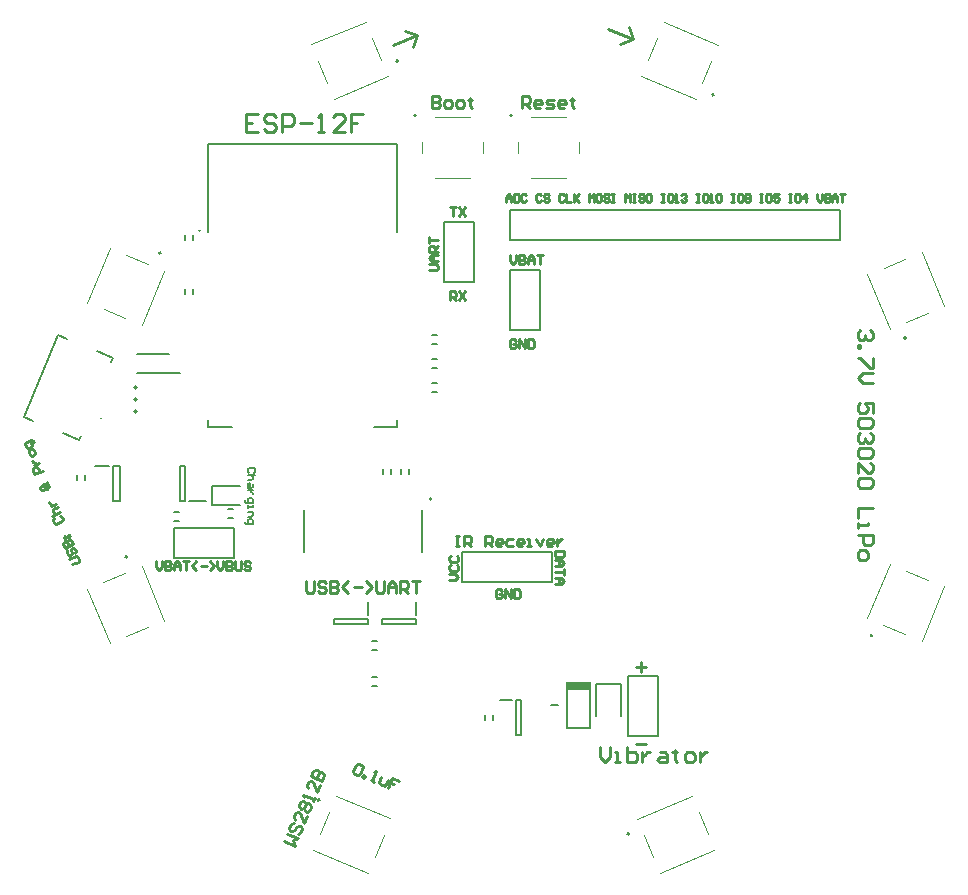
<source format=gto>
G04*
G04 #@! TF.GenerationSoftware,Altium Limited,Altium Designer,21.4.1 (30)*
G04*
G04 Layer_Color=65535*
%FSLAX44Y44*%
%MOMM*%
G71*
G04*
G04 #@! TF.SameCoordinates,F062A0B2-1153-48B6-B7C1-D9BF76563F52*
G04*
G04*
G04 #@! TF.FilePolarity,Positive*
G04*
G01*
G75*
%ADD10C,0.2000*%
%ADD11C,0.1000*%
%ADD12C,0.2540*%
%ADD13C,0.1270*%
%ADD14C,0.2032*%
%ADD15R,1.9000X0.8000*%
D10*
X766790Y940510D02*
G03*
X765790Y940510I-500J0D01*
G01*
D02*
G03*
X766790Y940510I500J0D01*
G01*
D02*
G03*
X765790Y940510I-500J0D01*
G01*
X712870Y797560D02*
G03*
X710870Y797560I-1000J0D01*
G01*
D02*
G03*
X712870Y797560I1000J0D01*
G01*
X1200233Y1054662D02*
G03*
X1200998Y1056510I383J924D01*
G01*
D02*
G03*
X1200233Y1054662I-383J-924D01*
G01*
X948440Y1038920D02*
G03*
X948440Y1036920I0J-1000D01*
G01*
D02*
G03*
X948440Y1038920I0J1000D01*
G01*
X962790Y713300D02*
G03*
X962790Y713300I-1000J0D01*
G01*
X933844Y1083086D02*
G03*
X933079Y1084934I-383J924D01*
G01*
D02*
G03*
X933844Y1083086I383J-924D01*
G01*
X733498Y920833D02*
G03*
X731650Y921598I-924J383D01*
G01*
D02*
G03*
X733498Y920833I924J-383D01*
G01*
X705074Y664604D02*
G03*
X703226Y663839I-924J-383D01*
G01*
D02*
G03*
X705074Y664604I924J383D01*
G01*
X867327Y459178D02*
G03*
X866562Y457330I-383J-924D01*
G01*
D02*
G03*
X867327Y459178I383J924D01*
G01*
X1128636Y430754D02*
G03*
X1129401Y428906I383J-924D01*
G01*
D02*
G03*
X1128636Y430754I-383J924D01*
G01*
X1334062Y598087D02*
G03*
X1335910Y597322I924J-383D01*
G01*
D02*
G03*
X1334062Y598087I-924J383D01*
G01*
X1362486Y849236D02*
G03*
X1364334Y850001I924J383D01*
G01*
D02*
G03*
X1362486Y849236I-924J-383D01*
G01*
X1029720Y1038920D02*
G03*
X1029720Y1036920I0J-1000D01*
G01*
D02*
G03*
X1029720Y1038920I0J1000D01*
G01*
X712870Y787400D02*
G03*
X710870Y787400I-1000J0D01*
G01*
D02*
G03*
X712870Y787400I1000J0D01*
G01*
Y807720D02*
G03*
X710870Y807720I-1000J0D01*
G01*
D02*
G03*
X712870Y807720I1000J0D01*
G01*
X773440Y939080D02*
Y1014080D01*
X933440D01*
Y939080D02*
Y1014080D01*
X913440Y774080D02*
X933440D01*
Y780080D01*
X773440Y774080D02*
Y780080D01*
Y774080D02*
X793440D01*
X760420Y932720D02*
Y936720D01*
X753420Y932720D02*
Y936720D01*
X760420Y887000D02*
Y891000D01*
X753420Y887000D02*
Y891000D01*
X691428Y829565D02*
X692768Y832798D01*
X678909Y838539D02*
X692768Y832798D01*
X646574Y851933D02*
X653965Y848871D01*
X617872Y782642D02*
X646574Y851933D01*
X617872Y782642D02*
X625263Y779580D01*
X650208Y769248D02*
X664066Y763507D01*
X665406Y766741D01*
X712940Y820290D02*
X749440D01*
X712940Y835790D02*
X739940D01*
X1123270Y529480D02*
Y556480D01*
X1101770D02*
X1123270D01*
X1101770Y529480D02*
Y556480D01*
X1063680Y538480D02*
X1069920D01*
X1077620Y518980D02*
X1096620D01*
X1077620D02*
Y557980D01*
X1096620Y518980D02*
Y557980D01*
X693210Y740920D02*
X698710D01*
Y711960D02*
Y740920D01*
X693210Y711960D02*
X698710D01*
X693210D02*
Y740920D01*
X677210Y741580D02*
X689710D01*
X749840Y711940D02*
X753840D01*
X749840D02*
Y740940D01*
X753840D01*
Y711940D02*
Y740940D01*
X757340Y711440D02*
X771340D01*
X776980Y724530D02*
X799980D01*
X776980Y708030D02*
Y724530D01*
Y708030D02*
X799980D01*
X988060Y668020D02*
X1064260D01*
X988060Y642620D02*
Y668020D01*
Y642620D02*
X1064260D01*
Y668020D01*
X1028700Y932180D02*
X1289050D01*
X1308100D01*
Y957580D01*
X1028700D02*
X1308100D01*
X1028700Y932180D02*
Y957580D01*
X1129184Y512700D02*
X1154584D01*
X1129184D02*
Y563499D01*
X1154584D01*
Y512700D02*
Y563499D01*
X908580Y607350D02*
Y611850D01*
X879580Y607350D02*
X908580D01*
X879580D02*
Y611850D01*
X908580D01*
X909080Y615350D02*
Y625850D01*
X1034070Y542820D02*
X1038570D01*
Y513820D02*
Y542820D01*
X1034070Y513820D02*
X1038570D01*
X1034070D02*
Y542820D01*
X1020070Y543320D02*
X1030570D01*
X1007420Y526320D02*
Y530320D01*
X1014420Y526320D02*
Y530320D01*
X744220Y662940D02*
Y688340D01*
X795020D01*
Y662940D02*
Y688340D01*
X744220Y662940D02*
X795020D01*
X790480Y704540D02*
X794480D01*
X790480Y697540D02*
X794480D01*
X1028700Y906780D02*
X1054100D01*
Y855980D02*
Y906780D01*
X1028700Y855980D02*
X1054100D01*
X1028700D02*
Y906780D01*
X744760Y694990D02*
X748760D01*
X744760Y701990D02*
X748760D01*
X668980Y729520D02*
Y733520D01*
X661980Y729520D02*
Y733520D01*
X963200Y844860D02*
X967200D01*
X963200Y851860D02*
X967200D01*
X963200Y824540D02*
X967200D01*
X963200Y831540D02*
X967200D01*
X963200Y811220D02*
X967200D01*
X963200Y804220D02*
X967200D01*
X972820Y947420D02*
X998220D01*
Y896620D02*
Y947420D01*
X972820Y896620D02*
X998220D01*
X972820D02*
Y947420D01*
X949220Y607350D02*
Y611850D01*
X920220Y607350D02*
X949220D01*
X920220D02*
Y611850D01*
X949220D01*
X949720Y615350D02*
Y625850D01*
X912400Y562300D02*
X916400D01*
X912400Y555300D02*
X916400D01*
X921060Y734600D02*
Y738600D01*
X928060Y734600D02*
Y738600D01*
X936300Y734600D02*
Y738600D01*
X943300Y734600D02*
Y738600D01*
X912400Y585780D02*
X916400D01*
X912400Y592780D02*
X916400D01*
D11*
X682298Y781392D02*
G03*
X683222Y781009I462J-191D01*
G01*
D02*
G03*
X682298Y781392I-462J191D01*
G01*
X875600Y727680D02*
G03*
X875600Y726680I0J-500D01*
G01*
D02*
G03*
X875600Y727680I0J500D01*
G01*
X1139891Y1070997D02*
X1186085Y1051863D01*
X1159025Y1117191D02*
X1205219Y1098057D01*
X1191825Y1065722D02*
X1199479Y1084199D01*
X1145631Y1084856D02*
X1153285Y1103333D01*
X965440Y1036920D02*
X995440D01*
X965440Y984920D02*
X995440D01*
X954440Y1005920D02*
Y1015920D01*
X1006440Y1005920D02*
Y1015920D01*
X879625Y1051969D02*
X925819Y1071103D01*
X860491Y1098163D02*
X906685Y1117297D01*
X912425Y1103438D02*
X920079Y1084961D01*
X866231Y1084304D02*
X873885Y1065827D01*
X717162Y860491D02*
X736297Y906685D01*
X670968Y879625D02*
X690103Y925819D01*
X703961Y920079D02*
X722438Y912425D01*
X684827Y873885D02*
X703304Y866231D01*
X717057Y656579D02*
X736191Y610385D01*
X670863Y637445D02*
X689997Y591251D01*
X684722Y643185D02*
X703199Y650839D01*
X703856Y596991D02*
X722333Y604645D01*
X881475Y461977D02*
X927669Y442842D01*
X862341Y415783D02*
X908535Y396648D01*
X868081Y429641D02*
X875735Y448118D01*
X914275Y410507D02*
X921929Y428984D01*
X1136661Y442737D02*
X1182855Y461871D01*
X1155795Y396543D02*
X1201989Y415677D01*
X1142401Y428879D02*
X1150055Y410402D01*
X1188595Y448013D02*
X1196249Y429536D01*
X1331263Y612235D02*
X1350397Y658429D01*
X1377457Y593101D02*
X1396591Y639295D01*
X1345122Y606495D02*
X1363599Y598841D01*
X1364256Y652689D02*
X1382733Y645035D01*
X1331369Y903455D02*
X1350503Y857261D01*
X1377563Y922589D02*
X1396697Y876395D01*
X1364361Y863001D02*
X1382838Y870655D01*
X1345227Y909195D02*
X1363704Y916849D01*
X1046720Y1036920D02*
X1076720D01*
X1046720Y984920D02*
X1076720D01*
X1035720Y1005920D02*
Y1015920D01*
X1087720Y1005920D02*
Y1015920D01*
D12*
X929640Y1097280D02*
X950486Y1106214D01*
X946929Y1095546D02*
X950486Y1106214D01*
X939818Y1109770D02*
X950486Y1106214D01*
X1122172Y1098804D02*
X1132840Y1102360D01*
X1129284Y1113028D02*
X1132840Y1102360D01*
X1111994Y1111294D02*
X1132840Y1102360D01*
X898652Y488217D02*
X900588Y489018D01*
X903325Y487885D01*
X904126Y485949D01*
X901859Y480476D01*
X899924Y479674D01*
X897187Y480808D01*
X896385Y482743D01*
X898652Y488217D01*
X904029Y477974D02*
X904596Y479342D01*
X905964Y478775D01*
X905397Y477407D01*
X904029Y477974D01*
X910871Y475139D02*
X913608Y474006D01*
X912240Y474573D01*
X915641Y482783D01*
X913705Y481982D01*
X919981Y477779D02*
X918280Y473674D01*
X919082Y471739D01*
X923187Y470038D01*
X925454Y475512D01*
X934799Y474848D02*
X929325Y477115D01*
X927625Y473010D01*
X930361Y471876D01*
X927625Y473010D01*
X925924Y468904D01*
X837602Y423765D02*
X846985Y419879D01*
X845153Y424302D01*
X849577Y426134D01*
X840193Y430021D01*
X845644Y438757D02*
X843432Y437841D01*
X842136Y434713D01*
X843053Y432501D01*
X844616Y431853D01*
X846828Y432770D01*
X848124Y435897D01*
X850335Y436814D01*
X851899Y436166D01*
X852816Y433954D01*
X851520Y430826D01*
X849308Y429910D01*
X857350Y444902D02*
X854759Y438646D01*
X851095Y447493D01*
X849530Y448141D01*
X847319Y447224D01*
X846023Y444097D01*
X846939Y441885D01*
X850826Y451268D02*
X849910Y453480D01*
X851206Y456608D01*
X853417Y457524D01*
X854981Y456876D01*
X855897Y454665D01*
X858109Y455581D01*
X859673Y454933D01*
X860589Y452721D01*
X859294Y449593D01*
X857082Y448677D01*
X855518Y449325D01*
X854602Y451537D01*
X852390Y450621D01*
X850826Y451268D01*
X854602Y451537D02*
X855897Y454665D01*
X862533Y457413D02*
X863828Y460541D01*
X863180Y458977D01*
X853797Y462864D01*
X854713Y460652D01*
X868363Y471488D02*
X865772Y465233D01*
X862107Y474080D01*
X860543Y474727D01*
X858331Y473811D01*
X857036Y470683D01*
X857952Y468472D01*
X860275Y478503D02*
X869658Y474616D01*
X871602Y479308D01*
X870686Y481520D01*
X869122Y482168D01*
X866910Y481251D01*
X864967Y476560D01*
X866910Y481251D01*
X865994Y483463D01*
X864430Y484111D01*
X862218Y483195D01*
X860275Y478503D01*
X657858Y657888D02*
X663723Y660317D01*
X664410Y661976D01*
X663438Y664322D01*
X661779Y665009D01*
X655914Y662580D01*
X654172Y670103D02*
X653485Y668444D01*
X654457Y666098D01*
X656116Y665411D01*
X657289Y665897D01*
X657976Y667556D01*
X657004Y669902D01*
X657691Y671561D01*
X658864Y672047D01*
X660523Y671359D01*
X661495Y669014D01*
X660807Y667355D01*
X652028Y671963D02*
X659065Y674878D01*
X657608Y678397D01*
X655949Y679084D01*
X654776Y678598D01*
X654089Y676940D01*
X655546Y673421D01*
X654089Y676940D01*
X652430Y677627D01*
X651257Y677141D01*
X650570Y675482D01*
X652028Y671963D01*
X651458Y679973D02*
X650973Y681145D01*
X652145Y681631D01*
X652631Y680458D01*
X651458Y679973D01*
X654977Y681430D02*
X654491Y682603D01*
X655664Y683089D01*
X656150Y681916D01*
X654977Y681430D01*
X642998Y697081D02*
X642310Y695422D01*
X643282Y693076D01*
X644941Y692389D01*
X649633Y694333D01*
X650320Y695991D01*
X649348Y698337D01*
X647689Y699024D01*
X640853Y698941D02*
X647891Y701856D01*
X644372Y700398D01*
X642713Y701086D01*
X641741Y703431D01*
X642428Y705090D01*
X645947Y706548D01*
X640284Y706950D02*
X644976Y708894D01*
X642630Y707922D01*
X640971Y708609D01*
X639312Y709296D01*
X638826Y710469D01*
X637202Y727661D02*
X636515Y726002D01*
X638174Y725315D01*
X638660Y724142D01*
X637972Y722483D01*
X636799Y721997D01*
X635141Y722684D01*
X634454Y721026D01*
X633281Y720540D01*
X631622Y721227D01*
X631136Y722400D01*
X631823Y724059D01*
X632996Y724545D01*
X634655Y723857D01*
X635342Y725516D01*
X636515Y726002D01*
X633683Y726203D02*
X635342Y725516D01*
X635141Y722684D02*
X634655Y723857D01*
X633315Y737045D02*
X626278Y734129D01*
X624820Y737648D01*
X625507Y739307D01*
X627853Y740279D01*
X629512Y739592D01*
X630969Y736073D01*
X625708Y742139D02*
X630400Y744082D01*
X628054Y743111D01*
X626395Y743798D01*
X624737Y744485D01*
X624251Y745658D01*
X626999Y752293D02*
X626027Y754639D01*
X624369Y755326D01*
X622023Y754354D01*
X621336Y752695D01*
X622307Y750349D01*
X623966Y749662D01*
X626312Y750634D01*
X626999Y752293D01*
X625944Y761475D02*
X625458Y762648D01*
X623799Y763335D01*
X617935Y760906D01*
X619392Y757387D01*
X621051Y756700D01*
X623397Y757672D01*
X624084Y759331D01*
X622626Y762849D01*
X1333920Y855980D02*
X1336036Y853864D01*
Y849632D01*
X1333920Y847516D01*
X1331804D01*
X1329688Y849632D01*
Y851748D01*
Y849632D01*
X1327572Y847516D01*
X1325456D01*
X1323340Y849632D01*
Y853864D01*
X1325456Y855980D01*
X1323340Y843284D02*
X1325456D01*
Y841168D01*
X1323340D01*
Y843284D01*
X1336036Y832704D02*
Y824240D01*
X1333920D01*
X1325456Y832704D01*
X1323340D01*
X1336036Y820008D02*
X1327572D01*
X1323340Y815776D01*
X1327572Y811544D01*
X1336036D01*
Y786153D02*
Y794616D01*
X1329688D01*
X1331804Y790385D01*
Y788269D01*
X1329688Y786153D01*
X1325456D01*
X1323340Y788269D01*
Y792501D01*
X1325456Y794616D01*
X1333920Y781921D02*
X1336036Y779805D01*
Y775573D01*
X1333920Y773457D01*
X1325456D01*
X1323340Y775573D01*
Y779805D01*
X1325456Y781921D01*
X1333920D01*
Y769225D02*
X1336036Y767109D01*
Y762877D01*
X1333920Y760761D01*
X1331804D01*
X1329688Y762877D01*
Y764993D01*
Y762877D01*
X1327572Y760761D01*
X1325456D01*
X1323340Y762877D01*
Y767109D01*
X1325456Y769225D01*
X1333920Y756529D02*
X1336036Y754413D01*
Y750181D01*
X1333920Y748065D01*
X1325456D01*
X1323340Y750181D01*
Y754413D01*
X1325456Y756529D01*
X1333920D01*
X1323340Y735369D02*
Y743833D01*
X1331804Y735369D01*
X1333920D01*
X1336036Y737485D01*
Y741717D01*
X1333920Y743833D01*
Y731137D02*
X1336036Y729021D01*
Y724789D01*
X1333920Y722673D01*
X1325456D01*
X1323340Y724789D01*
Y729021D01*
X1325456Y731137D01*
X1333920D01*
X1336036Y705745D02*
X1323340D01*
Y697281D01*
Y693049D02*
Y688818D01*
Y690934D01*
X1331804D01*
Y693049D01*
X1323340Y682470D02*
X1336036D01*
Y676122D01*
X1333920Y674006D01*
X1329688D01*
X1327572Y676122D01*
Y682470D01*
X1323340Y667658D02*
Y663426D01*
X1325456Y661310D01*
X1329688D01*
X1331804Y663426D01*
Y667658D01*
X1329688Y669774D01*
X1325456D01*
X1323340Y667658D01*
X815337Y1038855D02*
X805180D01*
Y1023620D01*
X815337D01*
X805180Y1031237D02*
X810258D01*
X830572Y1036316D02*
X828033Y1038855D01*
X822954D01*
X820415Y1036316D01*
Y1033777D01*
X822954Y1031237D01*
X828033D01*
X830572Y1028698D01*
Y1026159D01*
X828033Y1023620D01*
X822954D01*
X820415Y1026159D01*
X835650Y1023620D02*
Y1038855D01*
X843268D01*
X845807Y1036316D01*
Y1031237D01*
X843268Y1028698D01*
X835650D01*
X850885Y1031237D02*
X861042D01*
X866120Y1023620D02*
X871199D01*
X868660D01*
Y1038855D01*
X866120Y1036316D01*
X888973Y1023620D02*
X878816D01*
X888973Y1033777D01*
Y1036316D01*
X886434Y1038855D01*
X881355D01*
X878816Y1036316D01*
X904208Y1038855D02*
X894051D01*
Y1031237D01*
X899130D01*
X894051D01*
Y1023620D01*
X960123Y906780D02*
X966470D01*
X967740Y908050D01*
Y910589D01*
X966470Y911858D01*
X960123D01*
X967740Y914398D02*
X962662D01*
X960123Y916937D01*
X962662Y919476D01*
X967740D01*
X963931D01*
Y914398D01*
X967740Y922015D02*
X960123D01*
Y925824D01*
X961392Y927093D01*
X963931D01*
X965201Y925824D01*
Y922015D01*
Y924554D02*
X967740Y927093D01*
X960123Y929633D02*
Y934711D01*
Y932172D01*
X967740D01*
X1104900Y502916D02*
Y494452D01*
X1109132Y490220D01*
X1113364Y494452D01*
Y502916D01*
X1117596Y490220D02*
X1121828D01*
X1119712D01*
Y498684D01*
X1117596D01*
X1128176Y502916D02*
Y490220D01*
X1134524D01*
X1136640Y492336D01*
Y494452D01*
Y496568D01*
X1134524Y498684D01*
X1128176D01*
X1140872D02*
Y490220D01*
Y494452D01*
X1142988Y496568D01*
X1145104Y498684D01*
X1147220D01*
X1155684D02*
X1159915D01*
X1162031Y496568D01*
Y490220D01*
X1155684D01*
X1153568Y492336D01*
X1155684Y494452D01*
X1162031D01*
X1168379Y500800D02*
Y498684D01*
X1166264D01*
X1170495D01*
X1168379D01*
Y492336D01*
X1170495Y490220D01*
X1178959D02*
X1183191D01*
X1185307Y492336D01*
Y496568D01*
X1183191Y498684D01*
X1178959D01*
X1176843Y496568D01*
Y492336D01*
X1178959Y490220D01*
X1189539Y498684D02*
Y490220D01*
Y494452D01*
X1191655Y496568D01*
X1193771Y498684D01*
X1195887D01*
X982980Y681987D02*
X985942D01*
X984461D01*
Y673100D01*
X982980D01*
X985942D01*
X990386D02*
Y681987D01*
X994829D01*
X996311Y680506D01*
Y677544D01*
X994829Y676062D01*
X990386D01*
X993348D02*
X996311Y673100D01*
X1008160D02*
Y681987D01*
X1012604D01*
X1014085Y680506D01*
Y677544D01*
X1012604Y676062D01*
X1008160D01*
X1011123D02*
X1014085Y673100D01*
X1021491D02*
X1018529D01*
X1017047Y674581D01*
Y677544D01*
X1018529Y679025D01*
X1021491D01*
X1022972Y677544D01*
Y676062D01*
X1017047D01*
X1031859Y679025D02*
X1027416D01*
X1025934Y677544D01*
Y674581D01*
X1027416Y673100D01*
X1031859D01*
X1039265D02*
X1036303D01*
X1034822Y674581D01*
Y677544D01*
X1036303Y679025D01*
X1039265D01*
X1040746Y677544D01*
Y676062D01*
X1034822D01*
X1043709Y673100D02*
X1046671D01*
X1045190D01*
Y679025D01*
X1043709D01*
X1051115D02*
X1054077Y673100D01*
X1057039Y679025D01*
X1064445Y673100D02*
X1061483D01*
X1060002Y674581D01*
Y677544D01*
X1061483Y679025D01*
X1064445D01*
X1065927Y677544D01*
Y676062D01*
X1060002D01*
X1068889Y679025D02*
Y673100D01*
Y676062D01*
X1070370Y677544D01*
X1071851Y679025D01*
X1073332D01*
X856026Y643868D02*
Y635404D01*
X857719Y633711D01*
X861105D01*
X862797Y635404D01*
Y643868D01*
X872954Y642175D02*
X871261Y643868D01*
X867876D01*
X866183Y642175D01*
Y640482D01*
X867876Y638789D01*
X871261D01*
X872954Y637097D01*
Y635404D01*
X871261Y633711D01*
X867876D01*
X866183Y635404D01*
X876340Y643868D02*
Y633711D01*
X881418D01*
X883111Y635404D01*
Y637097D01*
X881418Y638789D01*
X876340D01*
X881418D01*
X883111Y640482D01*
Y642175D01*
X881418Y643868D01*
X876340D01*
X891575Y633711D02*
X886497Y638789D01*
X891575Y643868D01*
X896653Y638789D02*
X903424D01*
X906810Y633711D02*
X911888Y638789D01*
X906810Y643868D01*
X915274D02*
Y635404D01*
X916967Y633711D01*
X920352D01*
X922045Y635404D01*
Y643868D01*
X925431Y633711D02*
Y640482D01*
X928816Y643868D01*
X932202Y640482D01*
Y633711D01*
Y638789D01*
X925431D01*
X935587Y633711D02*
Y643868D01*
X940666D01*
X942358Y642175D01*
Y638789D01*
X940666Y637097D01*
X935587D01*
X938973D02*
X942358Y633711D01*
X945744Y643868D02*
X952515D01*
X949130D01*
Y633711D01*
X728980Y660397D02*
Y655319D01*
X731519Y652780D01*
X734058Y655319D01*
Y660397D01*
X736598D02*
Y652780D01*
X740406D01*
X741676Y654050D01*
Y655319D01*
X740406Y656589D01*
X736598D01*
X740406D01*
X741676Y657858D01*
Y659128D01*
X740406Y660397D01*
X736598D01*
X744215Y652780D02*
Y657858D01*
X746754Y660397D01*
X749293Y657858D01*
Y652780D01*
Y656589D01*
X744215D01*
X751833Y660397D02*
X756911D01*
X754372D01*
Y652780D01*
X763259D02*
X759450Y656589D01*
X763259Y660397D01*
X767068Y656589D02*
X772146D01*
X774685Y652780D02*
X778494Y656589D01*
X774685Y660397D01*
X781033D02*
Y655319D01*
X783572Y652780D01*
X786112Y655319D01*
Y660397D01*
X788651D02*
Y652780D01*
X792459D01*
X793729Y654050D01*
Y655319D01*
X792459Y656589D01*
X788651D01*
X792459D01*
X793729Y657858D01*
Y659128D01*
X792459Y660397D01*
X788651D01*
X796268D02*
Y654050D01*
X797538Y652780D01*
X800077D01*
X801347Y654050D01*
Y660397D01*
X808964Y659128D02*
X807694Y660397D01*
X805155D01*
X803886Y659128D01*
Y657858D01*
X805155Y656589D01*
X807694D01*
X808964Y655319D01*
Y654050D01*
X807694Y652780D01*
X805155D01*
X803886Y654050D01*
X1135380Y505460D02*
X1143844D01*
X1135380Y570652D02*
X1143844D01*
X1139612Y574884D02*
Y566420D01*
X1074383Y669147D02*
X1066765D01*
Y665338D01*
X1068035Y664069D01*
X1073113D01*
X1074383Y665338D01*
Y669147D01*
X1066765Y661529D02*
X1071844D01*
X1074383Y658990D01*
X1071844Y656451D01*
X1066765D01*
X1070574D01*
Y661529D01*
X1074383Y653912D02*
Y648833D01*
Y651373D01*
X1066765D01*
Y646294D02*
X1071844D01*
X1074383Y643755D01*
X1071844Y641216D01*
X1066765D01*
X1070574D01*
Y646294D01*
X1022091Y635614D02*
X1020822Y636883D01*
X1018282D01*
X1017013Y635614D01*
Y630535D01*
X1018282Y629266D01*
X1020822D01*
X1022091Y630535D01*
Y633074D01*
X1019552D01*
X1024630Y629266D02*
Y636883D01*
X1029709Y629266D01*
Y636883D01*
X1032248D02*
Y629266D01*
X1036057D01*
X1037326Y630535D01*
Y635614D01*
X1036057Y636883D01*
X1032248D01*
X977420Y644932D02*
X982499D01*
X985038Y647471D01*
X982499Y650010D01*
X977420D01*
X978690Y657627D02*
X977420Y656358D01*
Y653819D01*
X978690Y652549D01*
X983768D01*
X985038Y653819D01*
Y656358D01*
X983768Y657627D01*
X978690Y665245D02*
X977420Y663976D01*
Y661436D01*
X978690Y660167D01*
X983768D01*
X985038Y661436D01*
Y663976D01*
X983768Y665245D01*
X977900Y881380D02*
Y888997D01*
X981709D01*
X982978Y887728D01*
Y885189D01*
X981709Y883919D01*
X977900D01*
X980439D02*
X982978Y881380D01*
X985518Y888997D02*
X990596Y881380D01*
Y888997D02*
X985518Y881380D01*
X977900Y960117D02*
X982978D01*
X980439D01*
Y952500D01*
X985518Y960117D02*
X990596Y952500D01*
Y960117D02*
X985518Y952500D01*
X1033778Y847088D02*
X1032509Y848357D01*
X1029970D01*
X1028700Y847088D01*
Y842010D01*
X1029970Y840740D01*
X1032509D01*
X1033778Y842010D01*
Y844549D01*
X1031239D01*
X1036318Y840740D02*
Y848357D01*
X1041396Y840740D01*
Y848357D01*
X1043935D02*
Y840740D01*
X1047744D01*
X1049013Y842010D01*
Y847088D01*
X1047744Y848357D01*
X1043935D01*
X1028700Y919477D02*
Y914399D01*
X1031239Y911860D01*
X1033778Y914399D01*
Y919477D01*
X1036318D02*
Y911860D01*
X1040126D01*
X1041396Y913130D01*
Y914399D01*
X1040126Y915669D01*
X1036318D01*
X1040126D01*
X1041396Y916938D01*
Y918208D01*
X1040126Y919477D01*
X1036318D01*
X1043935Y911860D02*
Y916938D01*
X1046474Y919477D01*
X1049013Y916938D01*
Y911860D01*
Y915669D01*
X1043935D01*
X1051553Y919477D02*
X1056631D01*
X1054092D01*
Y911860D01*
X1025836Y965128D02*
Y969360D01*
X1027952Y971476D01*
X1030068Y969360D01*
Y965128D01*
Y968302D01*
X1025836D01*
X1032184Y971476D02*
Y965128D01*
X1035358D01*
X1036416Y966186D01*
Y970418D01*
X1035358Y971476D01*
X1032184D01*
X1042764Y970418D02*
X1041706Y971476D01*
X1039590D01*
X1038532Y970418D01*
Y966186D01*
X1039590Y965128D01*
X1041706D01*
X1042764Y966186D01*
X1055460Y970418D02*
X1054402Y971476D01*
X1052286D01*
X1051228Y970418D01*
Y966186D01*
X1052286Y965128D01*
X1054402D01*
X1055460Y966186D01*
X1061808Y970418D02*
X1060750Y971476D01*
X1058634D01*
X1057576Y970418D01*
Y969360D01*
X1058634Y968302D01*
X1060750D01*
X1061808Y967244D01*
Y966186D01*
X1060750Y965128D01*
X1058634D01*
X1057576Y966186D01*
X1074504Y970418D02*
X1073446Y971476D01*
X1071330D01*
X1070272Y970418D01*
Y966186D01*
X1071330Y965128D01*
X1073446D01*
X1074504Y966186D01*
X1076619Y971476D02*
Y965128D01*
X1080852D01*
X1082968Y971476D02*
Y965128D01*
Y967244D01*
X1087199Y971476D01*
X1084025Y968302D01*
X1087199Y965128D01*
X1095663D02*
Y971476D01*
X1097779Y969360D01*
X1099895Y971476D01*
Y965128D01*
X1105185Y971476D02*
X1103069D01*
X1102011Y970418D01*
Y966186D01*
X1103069Y965128D01*
X1105185D01*
X1106243Y966186D01*
Y970418D01*
X1105185Y971476D01*
X1112591Y970418D02*
X1111533Y971476D01*
X1109417D01*
X1108359Y970418D01*
Y969360D01*
X1109417Y968302D01*
X1111533D01*
X1112591Y967244D01*
Y966186D01*
X1111533Y965128D01*
X1109417D01*
X1108359Y966186D01*
X1114707Y971476D02*
X1116823D01*
X1115765D01*
Y965128D01*
X1114707D01*
X1116823D01*
X1126345D02*
Y971476D01*
X1128461Y969360D01*
X1130577Y971476D01*
Y965128D01*
X1132693Y971476D02*
X1134809D01*
X1133751D01*
Y965128D01*
X1132693D01*
X1134809D01*
X1142215Y970418D02*
X1141157Y971476D01*
X1139041D01*
X1137983Y970418D01*
Y969360D01*
X1139041Y968302D01*
X1141157D01*
X1142215Y967244D01*
Y966186D01*
X1141157Y965128D01*
X1139041D01*
X1137983Y966186D01*
X1147505Y971476D02*
X1145389D01*
X1144331Y970418D01*
Y966186D01*
X1145389Y965128D01*
X1147505D01*
X1148563Y966186D01*
Y970418D01*
X1147505Y971476D01*
X1157027D02*
X1159143D01*
X1158085D01*
Y965128D01*
X1157027D01*
X1159143D01*
X1165491Y971476D02*
X1163375D01*
X1162317Y970418D01*
Y966186D01*
X1163375Y965128D01*
X1165491D01*
X1166549Y966186D01*
Y970418D01*
X1165491Y971476D01*
X1168665Y965128D02*
X1170781D01*
X1169723D01*
Y971476D01*
X1168665Y970418D01*
X1173955D02*
X1175013Y971476D01*
X1177129D01*
X1178187Y970418D01*
Y969360D01*
X1177129Y968302D01*
X1176071D01*
X1177129D01*
X1178187Y967244D01*
Y966186D01*
X1177129Y965128D01*
X1175013D01*
X1173955Y966186D01*
X1186651Y971476D02*
X1188766D01*
X1187709D01*
Y965128D01*
X1186651D01*
X1188766D01*
X1195115Y971476D02*
X1192999D01*
X1191941Y970418D01*
Y966186D01*
X1192999Y965128D01*
X1195115D01*
X1196172Y966186D01*
Y970418D01*
X1195115Y971476D01*
X1198288Y965128D02*
X1200404D01*
X1199346D01*
Y971476D01*
X1198288Y970418D01*
X1203578D02*
X1204636Y971476D01*
X1206752D01*
X1207810Y970418D01*
Y966186D01*
X1206752Y965128D01*
X1204636D01*
X1203578Y966186D01*
Y970418D01*
X1216274Y971476D02*
X1218390D01*
X1217332D01*
Y965128D01*
X1216274D01*
X1218390D01*
X1224738Y971476D02*
X1222622D01*
X1221564Y970418D01*
Y966186D01*
X1222622Y965128D01*
X1224738D01*
X1225796Y966186D01*
Y970418D01*
X1224738Y971476D01*
X1227912Y966186D02*
X1228970Y965128D01*
X1231086D01*
X1232144Y966186D01*
Y970418D01*
X1231086Y971476D01*
X1228970D01*
X1227912Y970418D01*
Y969360D01*
X1228970Y968302D01*
X1232144D01*
X1240608Y971476D02*
X1242724D01*
X1241666D01*
Y965128D01*
X1240608D01*
X1242724D01*
X1249072Y971476D02*
X1246956D01*
X1245898Y970418D01*
Y966186D01*
X1246956Y965128D01*
X1249072D01*
X1250130Y966186D01*
Y970418D01*
X1249072Y971476D01*
X1256478D02*
X1252246D01*
Y968302D01*
X1254362Y969360D01*
X1255420D01*
X1256478Y968302D01*
Y966186D01*
X1255420Y965128D01*
X1253304D01*
X1252246Y966186D01*
X1264942Y971476D02*
X1267058D01*
X1266000D01*
Y965128D01*
X1264942D01*
X1267058D01*
X1273406Y971476D02*
X1271290D01*
X1270232Y970418D01*
Y966186D01*
X1271290Y965128D01*
X1273406D01*
X1274464Y966186D01*
Y970418D01*
X1273406Y971476D01*
X1279754Y965128D02*
Y971476D01*
X1276580Y968302D01*
X1280812D01*
X1289276Y971476D02*
Y967244D01*
X1291392Y965128D01*
X1293508Y967244D01*
Y971476D01*
X1295624D02*
Y965128D01*
X1298798D01*
X1299856Y966186D01*
Y967244D01*
X1298798Y968302D01*
X1295624D01*
X1298798D01*
X1299856Y969360D01*
Y970418D01*
X1298798Y971476D01*
X1295624D01*
X1301971Y965128D02*
Y969360D01*
X1304088Y971476D01*
X1306203Y969360D01*
Y965128D01*
Y968302D01*
X1301971D01*
X1308320Y971476D02*
X1312552D01*
X1310435D01*
Y965128D01*
X1038860Y1043940D02*
Y1054097D01*
X1043938D01*
X1045631Y1052404D01*
Y1049018D01*
X1043938Y1047326D01*
X1038860D01*
X1042246D02*
X1045631Y1043940D01*
X1054095D02*
X1050710D01*
X1049017Y1045633D01*
Y1049018D01*
X1050710Y1050711D01*
X1054095D01*
X1055788Y1049018D01*
Y1047326D01*
X1049017D01*
X1059173Y1043940D02*
X1064252D01*
X1065945Y1045633D01*
X1064252Y1047326D01*
X1060866D01*
X1059173Y1049018D01*
X1060866Y1050711D01*
X1065945D01*
X1074408Y1043940D02*
X1071023D01*
X1069330Y1045633D01*
Y1049018D01*
X1071023Y1050711D01*
X1074408D01*
X1076101Y1049018D01*
Y1047326D01*
X1069330D01*
X1081180Y1052404D02*
Y1050711D01*
X1079487D01*
X1082872D01*
X1081180D01*
Y1045633D01*
X1082872Y1043940D01*
X962660Y1054097D02*
Y1043940D01*
X967738D01*
X969431Y1045633D01*
Y1047326D01*
X967738Y1049018D01*
X962660D01*
X967738D01*
X969431Y1050711D01*
Y1052404D01*
X967738Y1054097D01*
X962660D01*
X974510Y1043940D02*
X977895D01*
X979588Y1045633D01*
Y1049018D01*
X977895Y1050711D01*
X974510D01*
X972817Y1049018D01*
Y1045633D01*
X974510Y1043940D01*
X984666D02*
X988052D01*
X989745Y1045633D01*
Y1049018D01*
X988052Y1050711D01*
X984666D01*
X982973Y1049018D01*
Y1045633D01*
X984666Y1043940D01*
X994823Y1052404D02*
Y1050711D01*
X993130D01*
X996516D01*
X994823D01*
Y1045633D01*
X996516Y1043940D01*
D13*
X954240Y668050D02*
Y703550D01*
X854240Y668050D02*
Y703550D01*
D14*
X812078Y735416D02*
X813136Y736474D01*
Y738590D01*
X812078Y739648D01*
X807846D01*
X806788Y738590D01*
Y736474D01*
X807846Y735416D01*
X813136Y733300D02*
X806788D01*
X809962D01*
X811020Y732242D01*
Y730126D01*
X809962Y729068D01*
X806788D01*
X811020Y725894D02*
Y723778D01*
X809962Y722720D01*
X806788D01*
Y725894D01*
X807846Y726952D01*
X808904Y725894D01*
Y722720D01*
X811020Y720604D02*
X806788D01*
X808904D01*
X809962Y719546D01*
X811020Y718488D01*
Y717430D01*
X804672Y712140D02*
Y711082D01*
X805730Y710024D01*
X811020D01*
Y713198D01*
X809962Y714256D01*
X807846D01*
X806788Y713198D01*
Y710024D01*
Y707908D02*
Y705792D01*
Y706850D01*
X811020D01*
Y707908D01*
X806788Y702618D02*
X811020D01*
Y699444D01*
X809962Y698386D01*
X806788D01*
X804672Y694154D02*
Y693096D01*
X805730Y692038D01*
X811020D01*
Y695212D01*
X809962Y696270D01*
X807846D01*
X806788Y695212D01*
Y692038D01*
D15*
X1087120Y554980D02*
D03*
M02*

</source>
